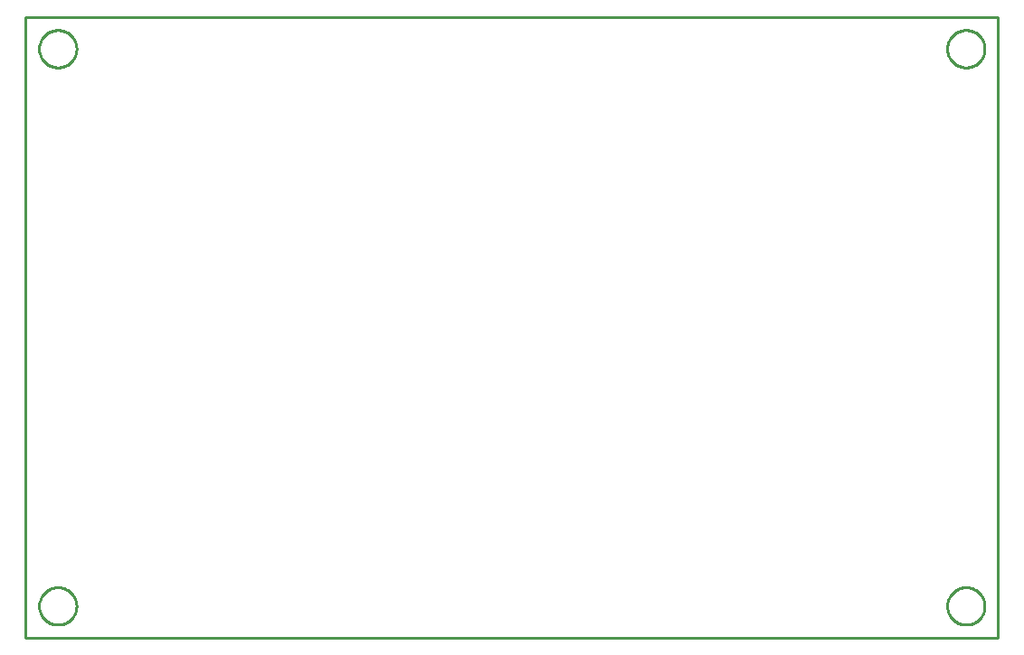
<source format=gbr>
G04 EAGLE Gerber RS-274X export*
G75*
%MOMM*%
%FSLAX34Y34*%
%LPD*%
%AMOC8*
5,1,8,0,0,1.08239X$1,22.5*%
G01*
%ADD10C,0.254000*%


D10*
X0Y177800D02*
X910000Y177800D01*
X910000Y760000D01*
X0Y760000D01*
X0Y177800D01*
X897500Y729427D02*
X897425Y728284D01*
X897276Y727148D01*
X897052Y726024D01*
X896755Y724917D01*
X896387Y723832D01*
X895949Y722774D01*
X895442Y721746D01*
X894869Y720754D01*
X894232Y719801D01*
X893535Y718892D01*
X892779Y718031D01*
X891969Y717221D01*
X891108Y716465D01*
X890199Y715768D01*
X889246Y715131D01*
X888254Y714558D01*
X887226Y714051D01*
X886168Y713613D01*
X885083Y713245D01*
X883976Y712948D01*
X882852Y712725D01*
X881716Y712575D01*
X880573Y712500D01*
X879427Y712500D01*
X878284Y712575D01*
X877148Y712725D01*
X876024Y712948D01*
X874917Y713245D01*
X873832Y713613D01*
X872774Y714051D01*
X871746Y714558D01*
X870754Y715131D01*
X869801Y715768D01*
X868892Y716465D01*
X868031Y717221D01*
X867221Y718031D01*
X866465Y718892D01*
X865768Y719801D01*
X865131Y720754D01*
X864558Y721746D01*
X864051Y722774D01*
X863613Y723832D01*
X863245Y724917D01*
X862948Y726024D01*
X862725Y727148D01*
X862575Y728284D01*
X862500Y729427D01*
X862500Y730573D01*
X862575Y731716D01*
X862725Y732852D01*
X862948Y733976D01*
X863245Y735083D01*
X863613Y736168D01*
X864051Y737226D01*
X864558Y738254D01*
X865131Y739246D01*
X865768Y740199D01*
X866465Y741108D01*
X867221Y741969D01*
X868031Y742779D01*
X868892Y743535D01*
X869801Y744232D01*
X870754Y744869D01*
X871746Y745442D01*
X872774Y745949D01*
X873832Y746387D01*
X874917Y746755D01*
X876024Y747052D01*
X877148Y747276D01*
X878284Y747425D01*
X879427Y747500D01*
X880573Y747500D01*
X881716Y747425D01*
X882852Y747276D01*
X883976Y747052D01*
X885083Y746755D01*
X886168Y746387D01*
X887226Y745949D01*
X888254Y745442D01*
X889246Y744869D01*
X890199Y744232D01*
X891108Y743535D01*
X891969Y742779D01*
X892779Y741969D01*
X893535Y741108D01*
X894232Y740199D01*
X894869Y739246D01*
X895442Y738254D01*
X895949Y737226D01*
X896387Y736168D01*
X896755Y735083D01*
X897052Y733976D01*
X897276Y732852D01*
X897425Y731716D01*
X897500Y730573D01*
X897500Y729427D01*
X897500Y207227D02*
X897425Y206084D01*
X897276Y204948D01*
X897052Y203824D01*
X896755Y202717D01*
X896387Y201632D01*
X895949Y200574D01*
X895442Y199546D01*
X894869Y198554D01*
X894232Y197601D01*
X893535Y196692D01*
X892779Y195831D01*
X891969Y195021D01*
X891108Y194265D01*
X890199Y193568D01*
X889246Y192931D01*
X888254Y192358D01*
X887226Y191851D01*
X886168Y191413D01*
X885083Y191045D01*
X883976Y190748D01*
X882852Y190525D01*
X881716Y190375D01*
X880573Y190300D01*
X879427Y190300D01*
X878284Y190375D01*
X877148Y190525D01*
X876024Y190748D01*
X874917Y191045D01*
X873832Y191413D01*
X872774Y191851D01*
X871746Y192358D01*
X870754Y192931D01*
X869801Y193568D01*
X868892Y194265D01*
X868031Y195021D01*
X867221Y195831D01*
X866465Y196692D01*
X865768Y197601D01*
X865131Y198554D01*
X864558Y199546D01*
X864051Y200574D01*
X863613Y201632D01*
X863245Y202717D01*
X862948Y203824D01*
X862725Y204948D01*
X862575Y206084D01*
X862500Y207227D01*
X862500Y208373D01*
X862575Y209516D01*
X862725Y210652D01*
X862948Y211776D01*
X863245Y212883D01*
X863613Y213968D01*
X864051Y215026D01*
X864558Y216054D01*
X865131Y217046D01*
X865768Y217999D01*
X866465Y218908D01*
X867221Y219769D01*
X868031Y220579D01*
X868892Y221335D01*
X869801Y222032D01*
X870754Y222669D01*
X871746Y223242D01*
X872774Y223749D01*
X873832Y224187D01*
X874917Y224555D01*
X876024Y224852D01*
X877148Y225076D01*
X878284Y225225D01*
X879427Y225300D01*
X880573Y225300D01*
X881716Y225225D01*
X882852Y225076D01*
X883976Y224852D01*
X885083Y224555D01*
X886168Y224187D01*
X887226Y223749D01*
X888254Y223242D01*
X889246Y222669D01*
X890199Y222032D01*
X891108Y221335D01*
X891969Y220579D01*
X892779Y219769D01*
X893535Y218908D01*
X894232Y217999D01*
X894869Y217046D01*
X895442Y216054D01*
X895949Y215026D01*
X896387Y213968D01*
X896755Y212883D01*
X897052Y211776D01*
X897276Y210652D01*
X897425Y209516D01*
X897500Y208373D01*
X897500Y207227D01*
X47500Y207227D02*
X47425Y206084D01*
X47276Y204948D01*
X47052Y203824D01*
X46755Y202717D01*
X46387Y201632D01*
X45949Y200574D01*
X45442Y199546D01*
X44869Y198554D01*
X44232Y197601D01*
X43535Y196692D01*
X42779Y195831D01*
X41969Y195021D01*
X41108Y194265D01*
X40199Y193568D01*
X39246Y192931D01*
X38254Y192358D01*
X37226Y191851D01*
X36168Y191413D01*
X35083Y191045D01*
X33976Y190748D01*
X32852Y190525D01*
X31716Y190375D01*
X30573Y190300D01*
X29427Y190300D01*
X28284Y190375D01*
X27148Y190525D01*
X26024Y190748D01*
X24917Y191045D01*
X23832Y191413D01*
X22774Y191851D01*
X21746Y192358D01*
X20754Y192931D01*
X19801Y193568D01*
X18892Y194265D01*
X18031Y195021D01*
X17221Y195831D01*
X16465Y196692D01*
X15768Y197601D01*
X15131Y198554D01*
X14558Y199546D01*
X14051Y200574D01*
X13613Y201632D01*
X13245Y202717D01*
X12948Y203824D01*
X12725Y204948D01*
X12575Y206084D01*
X12500Y207227D01*
X12500Y208373D01*
X12575Y209516D01*
X12725Y210652D01*
X12948Y211776D01*
X13245Y212883D01*
X13613Y213968D01*
X14051Y215026D01*
X14558Y216054D01*
X15131Y217046D01*
X15768Y217999D01*
X16465Y218908D01*
X17221Y219769D01*
X18031Y220579D01*
X18892Y221335D01*
X19801Y222032D01*
X20754Y222669D01*
X21746Y223242D01*
X22774Y223749D01*
X23832Y224187D01*
X24917Y224555D01*
X26024Y224852D01*
X27148Y225076D01*
X28284Y225225D01*
X29427Y225300D01*
X30573Y225300D01*
X31716Y225225D01*
X32852Y225076D01*
X33976Y224852D01*
X35083Y224555D01*
X36168Y224187D01*
X37226Y223749D01*
X38254Y223242D01*
X39246Y222669D01*
X40199Y222032D01*
X41108Y221335D01*
X41969Y220579D01*
X42779Y219769D01*
X43535Y218908D01*
X44232Y217999D01*
X44869Y217046D01*
X45442Y216054D01*
X45949Y215026D01*
X46387Y213968D01*
X46755Y212883D01*
X47052Y211776D01*
X47276Y210652D01*
X47425Y209516D01*
X47500Y208373D01*
X47500Y207227D01*
X47500Y729427D02*
X47425Y728284D01*
X47276Y727148D01*
X47052Y726024D01*
X46755Y724917D01*
X46387Y723832D01*
X45949Y722774D01*
X45442Y721746D01*
X44869Y720754D01*
X44232Y719801D01*
X43535Y718892D01*
X42779Y718031D01*
X41969Y717221D01*
X41108Y716465D01*
X40199Y715768D01*
X39246Y715131D01*
X38254Y714558D01*
X37226Y714051D01*
X36168Y713613D01*
X35083Y713245D01*
X33976Y712948D01*
X32852Y712725D01*
X31716Y712575D01*
X30573Y712500D01*
X29427Y712500D01*
X28284Y712575D01*
X27148Y712725D01*
X26024Y712948D01*
X24917Y713245D01*
X23832Y713613D01*
X22774Y714051D01*
X21746Y714558D01*
X20754Y715131D01*
X19801Y715768D01*
X18892Y716465D01*
X18031Y717221D01*
X17221Y718031D01*
X16465Y718892D01*
X15768Y719801D01*
X15131Y720754D01*
X14558Y721746D01*
X14051Y722774D01*
X13613Y723832D01*
X13245Y724917D01*
X12948Y726024D01*
X12725Y727148D01*
X12575Y728284D01*
X12500Y729427D01*
X12500Y730573D01*
X12575Y731716D01*
X12725Y732852D01*
X12948Y733976D01*
X13245Y735083D01*
X13613Y736168D01*
X14051Y737226D01*
X14558Y738254D01*
X15131Y739246D01*
X15768Y740199D01*
X16465Y741108D01*
X17221Y741969D01*
X18031Y742779D01*
X18892Y743535D01*
X19801Y744232D01*
X20754Y744869D01*
X21746Y745442D01*
X22774Y745949D01*
X23832Y746387D01*
X24917Y746755D01*
X26024Y747052D01*
X27148Y747276D01*
X28284Y747425D01*
X29427Y747500D01*
X30573Y747500D01*
X31716Y747425D01*
X32852Y747276D01*
X33976Y747052D01*
X35083Y746755D01*
X36168Y746387D01*
X37226Y745949D01*
X38254Y745442D01*
X39246Y744869D01*
X40199Y744232D01*
X41108Y743535D01*
X41969Y742779D01*
X42779Y741969D01*
X43535Y741108D01*
X44232Y740199D01*
X44869Y739246D01*
X45442Y738254D01*
X45949Y737226D01*
X46387Y736168D01*
X46755Y735083D01*
X47052Y733976D01*
X47276Y732852D01*
X47425Y731716D01*
X47500Y730573D01*
X47500Y729427D01*
M02*

</source>
